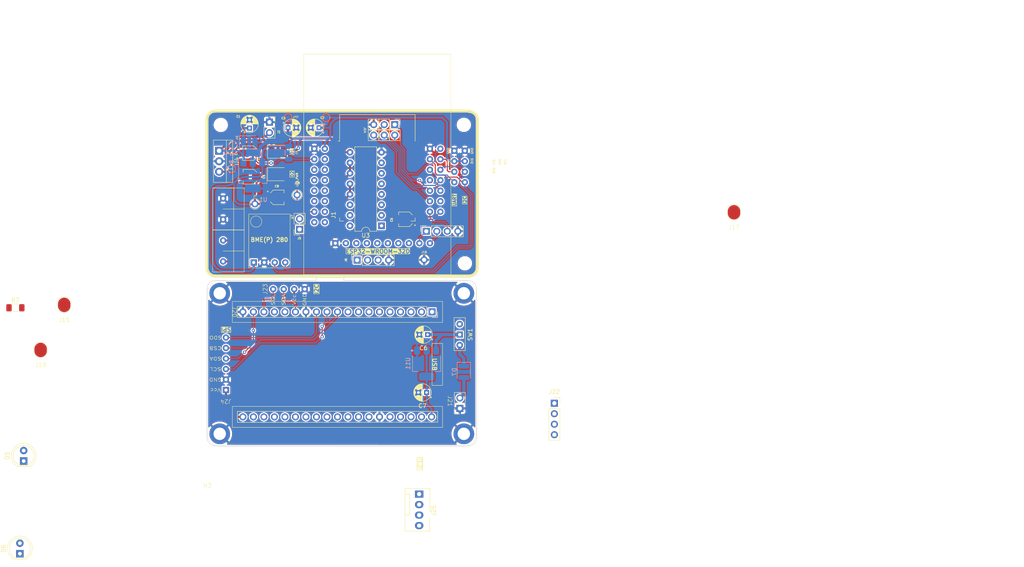
<source format=kicad_pcb>
(kicad_pcb (version 20240108) (generator "pcbnew") (generator_version "8.0")
  (layers (0 "F.Cu" signal) (31 "B.Cu" signal) (34 "B.Paste" user) (35 "F.Paste" user) (36 "B.SilkS" user "B.Silkscreen") (37 "F.SilkS" user "F.Silkscreen") (38 "B.Mask" user) (39 "F.Mask" user) (44 "Edge.Cuts" user))
  (net 0 "")
  (net 1 "GND")
  (net 2 "+3V3")
  (net 3 "+5V")
  (net 4 "/RXD")
  (net 5 "/TXD")
  (net 6 "/SDA")
  (net 7 "/GPIO_33")
  (net 8 "/SCL")
  (net 9 "/OUT3")
  (net 10 "/EN")
  (net 11 "/SOURCE2")
  (net 12 "/SOURCE1")
  (net 13 "/SOURCE3")
  (net 14 "/VDC")
  (net 15 "/DAC1")
  (net 16 "/DAC2")
  (net 17 "/GPIO39")
  (net 18 "/GPIO19")
  (net 19 "/GPIO17")
  (net 20 "/GPIO5")
  (net 21 "/GPIO18")
  (net 22 "/SD_DATA0")
  (net 23 "/ADC2_CH3")
  (net 24 "/SD_DATA3")
  (net 25 "/SD_CMD")
  (net 26 "/SD_CLK")
  (net 27 "/SD_DATA2")
  (net 28 "/SD_DATA1")
  (net 29 "/ADC2_CH0")
  (net 30 "/GPIO23")
  (net 31 "/GPIO36")
  (net 32 "/ADC2_CH2")
  (net 33 "/BOOT")
  (net 34 "/GPIO13")
  (net 35 "/SOURCE4")
  (net 36 "/SOURCE5")
  (net 37 "/SIPO_DATA")
  (net 38 "/SIPO_CLK")
  (net 39 "/SIPO_LATCH")
  (net 40 "/GPIO14")
  (net 41 "/OUT1")
  (net 42 "/VIN")
  (net 43 "Net-(D5-Pad1)")
  (net 44 "Net-(J15-Pin_1)")
  (net 45 "Net-(J19-Pin_1)")
  (net 46 "/OUT2")
  (net 58 "/ESP32-WROOM-32U Node/VIN")
  (net 63 "/ESP32-WROOM-32U Node/VDC")
  (net 74 "/ESP32-WROOM-32U Node/SPI-SDO")
  (net 75 "/ESP32-WROOM-32U Node/TX")
  (net 76 "Net-(D7-A)")
  (net 77 "/ESP32-WROOM-32U Node/SDA-2")
  (net 78 "/ESP32-WROOM-32U Node/SPI-CSB")
  (net 79 "/ESP32-WROOM-32U Node/SPI-SCL")
  (net 80 "/ESP32-WROOM-32U Node/SCL-2")
  (net 81 "/ESP32-WROOM-32U Node/RX")
  (net 82 "/ESP32-WROOM-32U Node/SPI-SDA")
  (net 84 "/ESP32-WROOM-32U Node/12V")
  (net 88 "/I3")
  (net 89 "/I5")
  (net 90 "/I4")
  (net 91 "/I2")
  (net 92 "/I1")
  (footprint "Capacitor_THT:CP_Radial_D4.0mm_P2.00mm" (layer "F.Cu") (at 107 44.2 180)
    (property "Reference" "C2")
    (property "Value" "1uF")
  )
  (footprint "LED_SMD:LED_1210_3225Metric_Pad1.42x2.65mm_HandSolder" (layer "F.Cu") (at 97 55.45)
    (property "Reference" "D2")
    (property "Value" "STATUS")
  )
  (footprint "Alexander Footprint Library:Board_65-40" (layer "F.Cu") (at 80 131.25)
    (property "Reference" "H3")
    (property "Value" "Project_Box_Board_65x40")
    (fp_line (start 0 -13) (end 0 -47) (stroke (width 0.05)) (layer "Edge.Cuts"))
    (fp_line (start 3 -50) (end 62 -50) (stroke (width 0.05)) (layer "Edge.Cuts"))
    (fp_line (start 62 -10) (end 3 -10) (stroke (width 0.05)) (layer "Edge.Cuts"))
    (fp_line (start 65 -47) (end 65 -13) (stroke (width 0.05)) (layer "Edge.Cuts"))
    (fp_arc (start 0 -47) (mid 0.87868 -49.12132) (end 3 -50) (stroke (width 0.05)) (layer "Edge.Cuts"))
    (fp_arc (start 3 -10) (mid 0.87868 -10.87868) (end 0 -13) (stroke (width 0.05)) (layer "Edge.Cuts"))
    (fp_arc (start 62 -50) (mid 64.12132 -49.12132) (end 65 -47) (stroke (width 0.05)) (layer "Edge.Cuts"))
    (fp_arc (start 65 -13) (mid 64.12132 -10.87868) (end 62 -10) (stroke (width 0.05)) (layer "Edge.Cuts"))
  )
  (footprint "Capacitor_SMD:CP_Elec_3x5.3" (layer "F.Cu") (at 90.3 50.35 180)
    (property "Reference" "C4")
    (property "Value" "0.1uF")
  )
  (footprint "Resistor_SMD:R_1206_3216Metric_Pad1.30x1.75mm_HandSolder" (layer "F.Cu") (at 33.612 87.7585)
    (property "Reference" "R7")
    (property "Value" "4K7")
  )
  (footprint "LED_THT:LED_D5.0mm" (layer "F.Cu") (at 34.7 147.25 90)
    (property "Reference" "D6")
    (property "Value" "LED_STATUS")
  )
  (footprint "Connector_PinSocket_2.54mm:PinSocket_1x04_P2.54mm_Vertical" (layer "F.Cu") (at 163.88 110.85)
    (property "Reference" "J22")
    (property "Value" "PWR_SATA_Conn_01x04")
  )
  (footprint "Alexander Footprint Library:Pad_1x01_P2.54_SMD" (layer "F.Cu") (at 39.712 102.098)
    (property "Reference" "J19")
    (property "Value" "LED_PWR")
  )
  (footprint "Alexanddr Footprints Library:ESP32-WROOM-Adapter-Socket-2" (layer "F.Cu") (at 121.1 56.9025)
    (property "Reference" "J1")
    (property "Value" "~")
  )
  (footprint "Alexander Footprint Library:Pad_1x01_P2.54_SMD" (layer "F.Cu") (at 45.412 91.198)
    (property "Reference" "J15")
    (property "Value" "LED_PWR")
  )
  (footprint "MountingHole:MountingHole_3mm" (layer "F.Cu") (at 142 43.5)
    (property "Reference" "H1" (hide yes))
    (property "Value" "MountingHole_Pad")
  )
  (footprint "MountingHole:MountingHole_3mm" (layer "F.Cu") (at 83.25 43.53)
    (property "Reference" "H2" (hide yes))
    (property "Value" "MountingHole_Pad")
  )
  (footprint "Alexander Footprints Library:Conn_Terminal_5mm" (layer "F.Cu") (at 83.82 53.69)
    (property "Reference" "J9" (hide yes))
    (property "Value" "Conn_01x02_Socket")
  )
  (footprint "Alexander Footprint Library:Pad_1x01_P2.54_SMD" (layer "F.Cu") (at 207.3 68.7895)
    (property "Reference" "J17")
    (property "Value" "GND")
  )
  (footprint "Connector:FanPinHeader_1x04_P2.54mm_Vertical" (layer "F.Cu") (at 131.2 132.83 -90)
    (property "Reference" "J25")
    (property "Value" "Conn_01x04_Pin")
  )
  (footprint "Capacitor_SMD:CP_Elec_3x5.3" (layer "F.Cu") (at 90.4 56.05 180)
    (property "Reference" "C9")
    (property "Value" "0.1uF")
  )
  (footprint "Capacitor_THT:CP_Radial_D4.0mm_P2.00mm" (layer "F.Cu") (at 133.25 94.25 180)
    (property "Reference" "C6")
    (property "Value" "1uF")
  )
  (footprint "Alexander Footprint Library:PinSocket_1x01_P2.54" (layer "F.Cu") (at 91.5 65.19)
    (property "Reference" "J7")
    (property "Value" "LED_PWR")
  )
  (footprint "Alexander Footprint Library:Conn_SPI" (layer "F.Cu") (at 84.5 112.74 180)
    (property "Reference" "J24")
    (property "Value" "~")
  )
  (footprint "Connector_PinSocket_2.54mm:PinSocket_1x02_P2.54mm_Vertical" (layer "F.Cu") (at 95.025 42.85)
    (property "Reference" "J2")
    (property "Value" "PWR")
  )
  (footprint "Connector_PinSocket_2.54mm:PinSocket_1x04_P2.54mm_Vertical" (layer "F.Cu") (at 116.2 76.225 90)
    (property "Reference" "J6")
    (property "Value" "SOURCE")
  )
  (footprint "Package_DIP:DIP-16_W7.62mm" (layer "F.Cu") (at 122.1 67.925 180)
    (property "Reference" "U3")
    (property "Value" "ULN2003")
  )
  (footprint "Connector_PinSocket_2.54mm:PinSocket_1x04_P2.54mm_Vertical" (layer "F.Cu") (at 132.92 69.25 90)
    (property "Reference" "J10" (hide yes))
    (property "Value" "ADC")
  )
  (footprint "Capacitor_SMD:CP_Elec_3x5.3" (layer "F.Cu") (at 128 66.35 180)
    (property "Reference" "C5")
    (property "Value" "0.1uF")
  )
  (footprint "Alexander Footprint Library:PinSocket_1x02_P2.54" (layer "F.Cu") (at 142.25 107 180)
    (property "Reference" "J21")
    (property "Value" "PWR")
  )
  (footprint "Capacitor_THT:CP_Radial_D4.0mm_P2.00mm" (layer "F.Cu") (at 99.5 44.2)
    (property "Reference" "C3")
    (property "Value" "1uF")
  )
  (footprint "Alexander Footprint Library:Conn_ESP32_WROOM-DevKit-38pins" (layer "F.Cu") (at 86.06 88.75 -90)
    (property "Reference" "J20")
    (property "Value" "~")
  )
  (footprint "Capacitor_SMD:CP_Elec_3x5.3" (layer "F.Cu") (at 96.8 61.05)
    (property "Reference" "C8")
    (property "Value" "10uF")
  )
  (footprint "Alexander Footprint Library:PinSocket_1x01_P2.54" (layer "F.Cu") (at 101.7 63.02)
    (property "Reference" "J18")
    (property "Value" "LED_PWR")
  )
  (footprint "Alexander Footprint Library:Conn_I2C" (layer "F.Cu") (at 111.16 83.25 -90)
    (property "Reference" "J23")
    (property "Value" "I2C")
  )
  (footprint "Connector_PinSocket_2.54mm:PinSocket_1x02_P2.54mm_Vertical" (layer "F.Cu") (at 102.3 68.79 180)
    (property "Reference" "J5")
    (property "Value" "DAC")
  )
  (footprint "Alexander Footprint Library:CONN_2x3" (layer "F.Cu") (at 130.38 43.45 -90)
    (property "Reference" "J14")
    (property "Value" "GPIO")
  )
  (footprint "Alexander Footprints Library:Conn_UART" (layer "F.Cu") (at 139.7 42.15)
    (property "Reference" "J3" (hide yes))
    (property "Value" "UART")
  )
  (footprint "Alexander Footprint Library:SW_Slide-03_7.3x2.5x2.5_P2.54mm" (layer "F.Cu") (at 141 94.25 -90)
    (property "Reference" "SW1")
    (property "Value" "SW_SPDT")
  )
  (footprint "Alexander Footprint Library:PinSocket_1x01_P2.54" (layer "F.Cu") (at 132.4 78.72)
    (property "Reference" "J16")
    (property "Value" "GND")
  )
  (footprint "Capacitor_THT:CP_Radial_D4.0mm_P2.00mm" (layer "F.Cu") (at 90.2 44.3 90)
    (property "Reference" "C1")
    (property "Value" "1uF")
  )
  (footprint "Alexander Footprint Library:BME280_BMP280_I2C" (layer "F.Cu") (at 90 78.1 90)
    (property "Reference" "U7")
    (property "Value" "BME(P)280")
  )
  (footprint "Capacitor_THT:CP_Radial_D4.0mm_P2.00mm" (layer "F.Cu") (at 133 108.25 180)
    (property "Reference" "C7")
    (property "Value" "1uF")
  )
  (footprint "Alexander Footprint Library:LD1117" (layer "F.Cu") (at 82.855 49.77 -90)
    (property "Reference" "U4")
    (property "Value" "L7805")
  )
  (footprint "Alexander Footprints Library:Conn_I2C" (layer "F.Cu") (at 142.24 42.15)
    (property "Reference" "J4" (hide yes))
    (property "Value" "I2C")
  )
  (footprint "LED_THT:LED_D5.0mm" (layer "F.Cu") (at 35.612 124.8335 90)
    (property "Reference" "D5")
    (property "Value" "LED_PWR")
  )
  (footprint "LED_SMD:LED_1210_3225Metric_Pad1.42x2.65mm_HandSolder" (layer "F.Cu") (at 97 50)
    (property "Reference" "D1")
    (property "Value" "PWR")
  )
  (footprint "MountingHole:MountingHole_3mm" (layer "F.Cu") (at 142.25 77)
    (property "Reference" "H4" (hide yes))
    (property "Value" "MountingHole_Pad")
  )
  (footprint "Alexander Footprints Library:Conn_Terminal_5mm" (layer "F.Cu") (at 83.82 63.85)
    (property "Reference" "J8" (hide yes))
    (property "Value" "Conn_01x02_Socket")
  )
  (footprint "TestPoint:TestPoint_Pad_D1.5mm" (layer "B.Cu") (at 99.5 41.75 180)
    (property "Reference" "TP4")
    (property "Value" "5V")
  )
  (footprint "TestPoint:TestPoint_Pad_D1.5mm" (layer "B.Cu") (at 108.7 41.75 180)
    (property "Reference" "TP3")
    (property "Value" "3V3")
  )
  (footprint "Diode_SMD:D_1210_3225Metric" (layer "B.Cu") (at 142 103.25 -90)
    (property "Reference" "D7")
    (property "Value" "D")
  )
  (footprint "Resistor_SMD:R_1206_3216Metric_Pad1.30x1.75mm_HandSolder" (layer "B.Cu") (at 99.7 50.25 -90)
    (property "Reference" "R1")
    (property "Value" "10K")
  )
  (footprint "Diode_SMD:D_1210_3225Metric" (layer "B.Cu") (at 90.1 47.75)
    (property "Reference" "D4")
    (property "Value" "D")
  )
  (footprint "TestPoint:TestPoint_Pad_D1.5mm" (layer "B.Cu") (at 86.2 48.45 180)
    (property "Reference" "TP1")
    (property "Value" "VIN")
  )
  (footprint "TestPoint:TestPoint_Pad_D1.5mm" (layer "B.Cu") (at 85.9 54.15 180)
    (property "Reference" "TP2")
    (property "Value" "GND")
  )
  (footprint "Package_TO_SOT_SMD:SOT-223-3_TabPin2" (layer "B.Cu") (at 91 55.75 -90)
    (property "Reference" "U1")
    (property "Value" "AMS1117-3V3")
  )
  (footprint "Package_TO_SOT_SMD:SOT-223-3_TabPin2" (layer "B.Cu") (at 133 101.25 -90)
    (property "Reference" "U11")
    (property "Value" "AMS1117-5.0")
  )
  (gr_line (start 145.25 42.11421) (end 145.25 78.085782) (stroke (width 0.75)) (layer "F.SilkS"))
  (gr_line (start 81.914218 40.164218) (end 143.08579 40.164218) (stroke (width 0.75)) (layer "F.SilkS"))
  (gr_arc (start 145.25 78.085782) (mid 144.66422 79.500007) (end 143.25 80.085782) (stroke (width 0.75)) (layer "F.SilkS"))
  (gr_line (start 79.914218 42.11421) (end 79.914218 78.085782) (stroke (width 0.75)) (layer "F.SilkS"))
  (gr_arc (start 81.914218 80.085782) (mid 80.499999 79.500001) (end 79.914218 78.085782) (stroke (width 0.75)) (layer "F.SilkS"))
  (gr_arc (start 143.25 40.25) (mid 144.664214 40.835786) (end 145.25 42.25) (stroke (width 0.75)) (layer "F.SilkS"))
  (gr_arc (start 79.914218 42.164218) (mid 80.499999 40.749999) (end 81.914218 40.164218) (stroke (width 0.75)) (layer "F.SilkS"))
  (gr_line (start 81.914214 80.085782) (end 143.085786 80.085782) (stroke (width 0.75)) (layer "F.SilkS"))
  (gr_line (start 82.014214 80.235786) (end 106.4 80.25) (stroke (width 0.1)) (layer "Edge.Cuts"))
  (gr_line (start 80 42.25) (end 80.014214 78.235786) (stroke (width 0.1)) (layer "Edge.Cuts"))
  (gr_arc (start 79.921321 83.157107) (mid 80.507106 81.742896) (end 81.921321 81.157107) (stroke (width 0.1)) (layer "Edge.Cuts"))
  (gr_line (start 81.921321 121.128679) (end 143.107107 121.142893) (stroke (width 0.1)) (layer "Edge.Cuts"))
  (gr_arc (start 81.921321 121.128679) (mid 80.507101 120.542899) (end 79.921321 119.128679) (stroke (width 0.1)) (layer "Edge.Cuts"))
  (gr_line (start 143.092893 81.157107) (end 113 81.15) (stroke (width 0.1)) (layer "Edge.Cuts"))
  (gr_arc (start 145.107107 119.142893) (mid 144.521321 120.557107) (end 143.107107 121.142893) (stroke (width 0.1)) (layer "Edge.Cuts"))
  (gr_line (start 106.4 81.15) (end 81.921321 81.157107) (stroke (width 0.1)) (layer "Edge.Cuts"))
  (gr_arc (start 143.185786 40.264214) (mid 144.600004 40.849996) (end 145.185786 42.264214) (stroke (width 0.1)) (layer "Edge.Cuts"))
  (gr_line (start 113 80.25) (end 143.185786 80.235786) (stroke (width 0.1)) (layer "Edge.Cuts"))
  (gr_arc (start 82.014214 80.235786) (mid 80.599996 79.650004) (end 80.014214 78.235786) (stroke (width 0.1)) (layer "Edge.Cuts"))
  (gr_line (start 145.185786 42.264214) (end 145.185786 78.235786) (stroke (width 0.1)) (layer "Edge.Cuts"))
  (gr_arc (start 80 42.25) (mid 80.585786 40.835786) (end 82 40.25) (stroke (width 0.1)) (layer "Edge.Cuts"))
  (gr_line (start 145.107107 119.142893) (end 145.092893 83.157107) (stroke (width 0.1)) (layer "Edge.Cuts"))
  (gr_line (start 79.921321 119.128679) (end 79.921321 83.157107) (stroke (width 0.1)) (layer "Edge.Cuts"))
  (gr_line (start 106.4 81.15) (end 106.4 80.25) (stroke (width 0.1)) (layer "Edge.Cuts"))
  (gr_arc (start 145.185786 78.235786) (mid 144.600004 79.650004) (end 143.185786 80.235786) (stroke (width 0.1)) (layer "Edge.Cuts"))
  (gr_arc (start 143.092893 81.157107) (mid 144.507112 81.742888) (end 145.092893 83.157107) (stroke (width 0.1)) (layer "Edge.Cuts"))
  (gr_line (start 113 81.15) (end 113 80.25) (stroke (width 0.1)) (layer "Edge.Cuts"))
  (gr_line (start 143.185786 40.264214) (end 82 40.25) (stroke (width 0.1)) (layer "Edge.Cuts"))
  (gr_text "PWR" (at 132 127.25 90) (layer "F.SilkS" knockout) (effects (font (size 1 1) (thickness 0.25) (bold yes)) (justify left bottom)))
  (segment (start 84.21 66) (end 83.82 66.39) (width 0.5) (layer "F.Cu") (net 1))
  (segment (start 95.5 54.8625) (end 95.5125 54.85) (width 0.25) (layer "F.Cu") (net 1))
  (segment (start 95.5 55.4625) (end 95.5125 55.45) (width 0.25) (layer "F.Cu") (net 1))
  (segment (start 91.5 59.65) (end 91.9 59.25) (width 0.5) (layer "F.Cu") (net 2))
  (segment (start 101.15 50) (end 102 49.15) (width 0.5) (layer "F.Cu") (net 2))
  (segment (start 84.5 107.66) (end 84.5 112.25) (width 0.5) (layer "F.Cu") (net 2))
  (segment (start 87.75 85.75) (end 100 85.75) (width 0.5) (layer "F.Cu") (net 2))
  (segment (start 94.63 62.62) (end 91.5 62.62) (width 0.5) (layer "F.Cu") (net 2))
  (segment (start 101 84.75) (end 101 83.25) (width 0.5) (layer "F.Cu") (net 2))
  (segment (start 88.6 114.15) (end 86.4 114.15) (width 0.5) (layer "F.Cu") (net 2))
  (segment (start 84.5 112.25) (end 85.25 113) (width 0.5) (layer "F.Cu") (net 2))
  (segment (start 91.9 59.25) (end 91.9 56.05) (width 0.5) (layer "F.Cu") (net 2))
  (segment (start 98.4875 50) (end 101.15 50) (width 0.5) (layer "F.Cu") (net 2))
  (segment (start 95.3 61.05) (end 95.3 61.95) (width 0.5) (layer "F.Cu") (net 2))
  (segment (start 95.3 61.95) (end 94.63 62.62) (width 0.5) (layer "F.Cu") (net 2))
  (segment (start 82.25 110) (end 82.25 91.25) (width 0.5) (layer "F.Cu") (net 2))
  (segment (start 91.5 62.62) (end 91.5 59.65) (width 0.5) (layer "F.Cu") (net 2))
  (segment (start 82.25 91.25) (end 87.75 85.75) (width 0.5) (layer "F.Cu") (net 2))
  (segment (start 86.4 114.15) (end 85.25 113) (width 0.5) (layer "F.Cu") (net 2))
  (segment (start 100 85.75) (end 101 84.75) (width 0.5) (layer "F.Cu") (net 2))
  (segment (start 85.25 113) (end 82.25 110) (width 0.5) (layer "F.Cu") (net 2))
  (via (at 102 49.15) (size 0.8) (drill 0.4) (layers "F.Cu" "B.Cu") (net 2))
  (segment (start 96.075 48.7) (end 97.525 48.7) (width 0.5) (layer "B.Cu") (net 2))
  (segment (start 108.4 49.2825) (end 108.4 47.85) (width 0.5) (layer "B.Cu") (net 2))
  (segment (start 109.408578 44.2) (end 107 44.2) (width 0.5) (layer "B.Cu") (net 2))
  (segment (start 109.5 46.75) (end 109.75 46.5) (width 0.5) (layer "B.Cu") (net 2))
  (segment (start 81.3 75.997918) (end 81.3 59.75104) (width 0.5) (layer "B.Cu") (net 2))
  (segment (start 93.3 54.905025) (end 93.3 52.6) (width 0.5) (layer "B.Cu") (net 2))
  (segment (start 100 48.7) (end 100 48.03033) (width 0.5) (layer "B.Cu") (net 2))
  (segment (start 137.9 51.55) (end 138.66 52.31) (width 0.5) (layer "B.Cu") (net 2))
  (segment (start 84.202081 78.9) (end 89.990883 78.9) (width 0.5) (layer "B.Cu") (net 2))
  (segment (start 109.75 45) (end 109.75 44.141421) (width 0.5) (layer "B.Cu") (net 2))
  (segment (start 103 46.75) (end 101.28033 46.75) (width 0.5) (layer "B.Cu") (net 2))
  (segment (start 109.75 43.858578) (end 109.75 44.141421) (width 0.5) (layer "B.Cu") (net 2))
  (segment (start 138.66 52.31) (end 139.7 52.31) (width 0.5) (layer "B.Cu") (net 2))
  (segment (start 139.7 52.31) (end 142.24 52.31) (width 0.5) (layer "B.Cu") (net 2))
  (segment (start 129.1 41.75) (end 136.8 41.75) (width 0.5) (layer "B.Cu") (net 2))
  (segment (start 112.31066 41.75) (end 129.1 41.75) (width 0.5) (layer "B.Cu") (net 2))
  (segment (start 88.207106 62.75) (end 91.5 62.75) (width 0.5) (layer "B.Cu") (net 2))
  (segment (start 86.5 61.042893) (end 86.5 57.5) (width 0.5) (layer "B.Cu") (net 2))
  (segment (start 103 46.75) (end 109.5 46.75) (width 0.5) (layer "B.Cu") (net 2))
  (segment (start 137.9 42.85) (end 137.9 51.55) (width 0.5) (layer "B.Cu") (net 2))
  (segment (start 91.22 77.670883) (end 91.22 76.8) (width 0.5) (layer "B.Cu") (net 2))
  (segment (start 89.455634 56.1) (end 92.105025 56.1) (width 0.5) (layer "B.Cu") (net 2))
  (segment (start 96.075 48.7) (end 95.177817 48.7) (width 0.5) (layer "B.Cu") (net 2))
  (segment (start 136.8 41.75) (end 137.9 42.85) (width 0.5) (layer "B.Cu") (net 2))
  (segment (start 108.4 47.85) (end 109.75 46.5) (width 0.5) (layer "B.Cu") (net 2))
  (segment (start 109.75 46.5) (end 109.75 45) (width 0.5) (layer "B.Cu") (net 2))
  (segment (start 110.015165 42.984834) (end 110.5 42.5) (width 0.5) (layer "B.Cu") (net 2))
  (segment (start 102 47.75) (end 103 46.75) (width 0.5) (layer "B.Cu") (net 2))
  (segment (start 109.75 43.858578) (end 109.75 43.625) (width 0.5) (layer "B.Cu") (net 2))
  (segment (start 93.3 52.6) (end 93.3 50.577817) (width 0.5) (layer "B.Cu") (net 2))
  (segment (start 82.75104 58.3) (end 84.144365 58.3) (width 0.5) (layer "B.Cu") (net 2))
  (segment (start 102 49.15) (end 102 47.75) (width 0.5) (layer "B.Cu") (net 2))
  (segment (start 129.3 41.75) (end 129.1 41.75) (width 0.5) (layer "B.Cu") (net 2))
  (segment (start 108.7 41.75) (end 112.31066 41.75) (width 0.5) (layer "B.Cu") (net 2))
  (segment (start 100 48.7) (end 97.525 48.7) (width 0.5) (layer "B.Cu") (net 2))
  (arc (start 93.3 54.905025) (mid 93.209037 55.362322) (end 92.95 55.75) (width 0.5) (layer "B.Cu") (net 2))
  (arc (start 86.8 57.2) (mid 85.581584 58.014119) (end 84.144365 58.3) (width 0.5) (layer "B.Cu") (net 2))
  (arc (start 89.455634 56.1) (mid 88.018415 56.38588) (end 86.8 57.2) (width 0.5) (layer "B.Cu") (net 2))
  (arc (start 86.5 61.042893) (mid 86.629945 61.696174) (end 87 62.25) (width 0.5) (layer "B.Cu") (net 2))
  (arc (start 82.75104 58.3) (mid 82.195751 58.410453) (end 81.725 58.725) (width 0.5) (layer "B.Cu") (net 2))
  (arc (start 92.95 55.75) (mid 92.562322 56.009037) (end 92.105025 56.1) (width 0.5) (layer "B.Cu") (net 2))
  (arc (start 109.75 43.625) (mid 109.818914 43.278544) (end 110.015165 42.984834) (width 0.5) (layer "B.Cu") (net 2))
  (arc (start 95.177817 48.7) (mid 94.459207 48.84294) (end 93.85 49.25) (width 0.5) (layer "B.Cu") (net 2))
  (arc (start 82.15 78.05) (mid 83.091502 78.679092) (end 84.202081 78.9) (width 0.5) (layer "B.Cu") (net 2))
  (arc (start 109.75 44.141421) (mid 109.713838 44.087301) (end 109.65 44.1) (width 0.5) (layer "B.Cu") (net 2))
  (arc (start 93.85 49.25) (mid 93.44294 49.859207) (end 93.3 50.577817) (width 0.5) (layer "B.Cu") (net 2))
  (arc (start 90.86 78.54) (mid 90.461245 78.806439) (end 89.990883 78.9) (width 0.5) (layer "B.Cu") (net 2))
  (arc (start 109.65 44.1) (mid 109.539234 44.17401) (end 109.408578 44.2) (width 0.5) (layer "B.Cu") (net 2))
  (arc (start 87 62.25) (mid 87.553825 62.620054) (end 88.207106 62.75) (width 0.5) (layer "B.Cu") (net 2))
  (arc (start 81.725 58.725) (mid 81.410453 59.195751) (end 81.3 59.75104) (width 0.5) (layer "B.Cu") (net 2))
  (arc (start 101.28033 46.75) (mid 100.790368 46.847459) (end 100.375 47.125) (width 0.5) (layer "B.Cu") (net 2))
  (arc (start 91.22 77.670883) (mid 91.126439 78.141245) (end 90.86 78.54) (width 0.5) (layer "B.Cu") (net 2))
  (arc (start 110.5 42.5) (mid 111.330737 41.944918) (end 112.31066 41.75) (width 0.5) (layer "B.Cu") (net 2))
  (arc (start 109.65 44.1) (mid 109.72401 43.989234) (end 109.75 43.858578) (width 0.5) (layer "B.Cu") (net 2))
  (arc (start 100.375 47.125) (mid 100.097459 47.540368) (end 100 48.03033) (width 0.5) (layer "B.Cu") (net 2))
  (arc (start 81.3 75.997918) (mid 81.520907 77.108496) (end 82.15 78.05) (width 0.5) (layer "B.Cu") (net 2))
  (segment (start 99.5 45.693413) (end 99.5 44.2) (width 0.5) (layer "F.Cu") (net 3))
  (segment (start 111.2 46.85) (end 100.365867 46.85) (width 0.5) (layer "F.Cu") (net 3))
  (segment (start 98.6375 46.9625) (end 99.2125 46.3875) (width 0.5) (layer "F.Cu") (net 3))
  (segment (start 100.365867 46.85) (end 99.465867 45.95) (width 0.5) (layer "F.Cu") (net 3))
  (segment (start 112 47.65) (end 111.2 46.85) (width 0.5) (layer "F.Cu") (net 3))
  (segment (start 112 49.15) (end 112 47.65) (width 0.5) (layer "F.Cu") (net 3))
  (segment (start 88.1 47.25) (end 97.943413 47.25) (width 0.5) (layer "F.Cu") (net 3))
  (segment (start 84.9 54.85) (end 85.4 54.35) (width 0.5) (layer "F.Cu") (net 3))
  (segment (start 85.4 54.35) (end 85.4 49.95) (width 0.5) (layer "F.Cu") (net 3))
  (segment (start 114.48 50.145) (end 112.995 50.145) (width 0.5) (layer "F.Cu") (net 3))
  (segment (start 112.995 50.145) (end 112 49.15) (width 0.5) (layer "F.Cu") (net 3))
  (segment (start 82.855 54.85) (end 84.9 54.85) (width 0.5) (layer "F.Cu") (net 3))
  (segment (start 85.4 49.95) (end 88.1 47.25) (width 0.5) (layer "F.Cu") (net 3))
  (arc (start 97.943413 47.25) (mid 98.31905 47.175281) (end 98.6375 46.9625) (width 0.5) (layer "F.Cu") (net 3))
  (arc (start 99.5 45.693413) (mid 99.425281 46.06905) (end 99.2125 46.3875) (width 0.5) (layer "F.Cu") (net 3))
  (segment (start 133 98.1) (end 133 104.4) (width 0.5) (layer "B.Cu") (net 3))
  (segment (start 133 108.25) (end 133 104.4) (width 0.5) (layer "B.Cu") (net 3))
  (segment (start 133 111) (end 133 108.25) (width 0.5) (layer "B.Cu") (net 3))
  (segment (start 134.21 114.15) (end 134.21 112.21) (width 0.5) (layer "B.Cu") (net 3))
  (segment (start 134.21 112.21) (end 133 111) (width 0.5) (layer "B.Cu") (net 3))
  (segment (start 99.5 42.25) (end 99.5 44.2) (width 0.25) (layer "B.Cu") (net 3))
  (segment (start 139.7 57.35) (end 139.7 57.39) (width 0.25) (layer "F.Cu") (net 4))
  (segment (start 140.3 57.45) (end 139.3 57.45) (width 0.25) (layer "F.Cu") (net 4))
  (segment (start 139.04 57.39) (end 139.7 57.39) (width 0.25) (layer "F.Cu") (net 4))
  (segment (start 137.96 55.65) (end 139.7 57.39) (width 0.25) (layer "B.Cu") (net 4))
  (segment (start 133.8 54.3625) (end 135.0875 55.65) (width 0.25) (layer "B.Cu") (net 4))
  (segment (start 135.0875 55.65) (end 137.96 55.65) (width 0.25) (layer "B.Cu") (net 4))
  (segment (start 138 52.25) (end 137.5725 51.8225) (width 0.25) (layer "F.Cu") (net 5))
  (segment (start 139.7 54.85) (end 138.3 54.85) (width 0.25) (layer "F.Cu") (net 5))
  (segment (start 137.5725 51.8225) (end 136.34 51.8225) (width 0.25) (layer "F.Cu") (net 5))
  (segment (start 138 54.55) (end 138 52.25) (width 0.25) (layer "F.Cu") (net 5))
  (segment (start 138.3 54.85) (end 138 54.55) (width 0.25) (layer "F.Cu") (net 5))
  (segment (start 139.7 54.85) (end 139.5 54.85) (width 0.25) (layer "F.Cu") (net 5))
  (segment (start 142.24 54.85) (end 142.24 55.51) (width 0.25) (layer "F.Cu") (net 6))
  (segment (start 98.84 76.8) (end 98.84 78.09) (width 0.25) (layer "B.Cu") (net 6))
  (segment (start 141 57.95) (end 141 56.09) (width 0.25) (layer "B.Cu") (net 6))
  (segment (start 140.990501 53.600501) (end 142.24 54.85) (width 0.25) (layer "B.Cu") (net 6))
  (segment (start 136.34 54.3625) (end 137.101999 53.600501) (width 0.25) (layer "B.Cu") (net 6))
  (segment (start 143.281802 72.781802) (end 143.55 72.513604) (width 0.25) (layer "B.Cu") (net 6))
  (segment (start 99.4 78.65) (end 130.7 78.65) (width 0.25) (layer "B.Cu") (net 6))
  (segment (start 130.7 78.65) (end 134.55 78.65) (width 0.25) (layer "B.Cu") (net 6))
  (segment (start 143.55 72.513604) (end 143.55 60.5) (width 0.25) (layer "B.Cu") (net 6))
  (segment (start 143.55 60.5) (end 141 57.95) (width 0.25) (layer "B.Cu") (net 6))
  (segment (start 140.418198 72.781802) (end 143.281802 72.781802) (width 0.25) (layer "B.Cu") (net 6))
  (segment (start 98.84 78.09) (end 99.4 78.65) (width 0.25) (layer "B.Cu") (net 6))
  (segment (start 141 56.09) (end 142.24 54.85) (width 0.25) (layer "B.Cu") (net 6))
  (segment (start 137.101999 53.600501) (end 140.990501 53.600501) (width 0.25) (layer "B.Cu") (net 6))
  (segment (start 134.55 78.65) (end 140.418198 72.781802) (width 0.25) (layer "B.Cu") (net 6))
  (segment (start 135.1 55.15) (end 135.6 55.65) (width 0.25) (layer "F.Cu") (net 8))
  (segment (start 133.8 51.8225) (end 135.1 53.1225) (width 0.25) (layer "F.Cu") (net 8))
  (segment (start 141.603604 57.39) (end 142.24 57.39) (width 0.25) (layer "F.Cu") (net 8))
  (segment (start 137.3 55.65) (end 137.8 56.15) (width 0.25) (layer "F.Cu") (net 8))
  (segment (start 135.1 53.1225) (end 135.1 55.15) (width 0.25) (layer "F.Cu") (net 8))
  (segment (start 135.6 55.65) (end 137.3 55.65) (width 0.25) (layer "F.Cu") (net 8))
  (segment (start 140.363604 56.15) (end 141.603604 57.39) (width 0.25) (layer "F.Cu") (net 8))
  (segment (start 137.8 56.15) (end 140.363604 56.15) (width 0.25) (layer "F.Cu") (net 8))
  (segment (start 142.24 58.553604) (end 142.24 57.39) (width 0.25) (layer "B.Cu") (net 8))
  (segment (start 144 72.7) (end 144 60.313604) (width 0.25) (layer "B.Cu") (net 8))
  (segment (start 134.8 79.1) (end 140.6 73.3) (width 0.25) (layer "B.Cu") (net 8))
  (segment (start 140.6 73.3) (end 143.4 73.3) (width 0.25) (layer "B.Cu") (net 8))
  (segment (start 96.3 76.8) (end 96.3 78.45) (width 0.25) (layer "B.Cu") (net 8))
  (segment (start 143.4 73.3) (end 144 72.7) (width 0.25) (layer "B.Cu") (net 8))
  (segment (start 96.3 78.45) (end 96.95 79.1) (width 0.25) (layer "B.Cu") (net 8))
  (segment (start 144 60.313604) (end 142.24 58.553604) (width 0.25) (layer "B.Cu") (net 8))
  (segment (start 96.95 79.1) (end 134.8 79.1) (width 0.25) (layer "B.Cu") (net 8))
  (segment (start 92.3 52.75) (end 91.8 52.25) (width 0.25) (layer "F.Cu") (net 10))
  (segment (start 91.8 52.25) (end 91.8 50.35) (width 0.25) (layer "F.Cu") (net 10))
  (segment (start 95.4 52.75) (end 92.3 52.75) (width 0.25) (layer "F.Cu") (net 10))
  (via (at 95.4 52.75) (size 0.8) (drill 0.4) (layers "F.Cu" "B.Cu") (net 10))
  (segment (start 95.4 52.75) (end 96.7 52.75) (width 0.25) (layer "B.Cu") (net 10))
  (segment (start 101.4 51.8) (end 101.45 51.8) (width 0.25) (layer "B.Cu") (net 10))
  (segment (start 105.86 51.8225) (end 101.4225 51.8225) (width 0.25) (layer "B.Cu") (net 10))
  (segment (start 99.7 51.8) (end 101.4 51.8) (width 0.25) (layer "B.Cu") (net 10))
  (segment (start 97.65 51.8) (end 99.7 51.8) (width 0.25) (layer "B.Cu") (net 10))
  (segment (start 101.4225 51.8225) (end 101.4 51.8) (width 0.25) (layer "B.Cu") (net 10))
  (segment (start 96.7 52.75) (end 97.65 51.8) (width 0.25) (layer "B.Cu") (net 10))
  (segment (start 111.2 66.85) (end 111.2 58.505) (width 0.5) (layer "F.Cu") (net 11))
  (segment (start 111.2 58.505) (end 114.48 55.225) (width 0.5) (layer "F.Cu") (net 11))
  (segment (start 83.82 71.47) (end 86.37 71.47) (width 0.5) (layer "F.Cu") (net 11))
  (segment (start 114.48 55.225) (end 114.48 52.685) (width 0.5) (layer "F.Cu") (net 11))
  (segment (start 86.37 71.47) (end 88 73.1) (width 0.5) (layer "F.Cu") (net 11))
  (segment (start 104.95 73.1) (end 111.2 66.85) (width 0.5) (layer "F.Cu") (net 11))
  (segment (start 88 73.1) (end 104.95 73.1) (width 0.5) (layer "F.Cu") (net 11))
  (segment (start 83.82 76.55) (end 86.275 76.55) (width 0.5) (layer "F.Cu") (net 12))
  (segment (start 104.8 74.75) (end 112.2 67.35) (width 0.5) (layer "F.Cu") (net 12))
  (segment (start 112.2 62.585) (end 114.48 60.305) (width 0.5) (layer "F.Cu") (net 12))
  (segment (start 86.275 76.55) (end 88.075 74.75) (width 0.5) (layer "F.Cu") (net 12))
  (segment (start 114.48 60.305) (end 114.48 57.765) (width 0.5) (layer "F.Cu") (net 12))
  (segment (start 112.2 67.35) (end 112.2 62.585) (width 0.5) (layer "F.Cu") (net 12))
  (segment (start 88.075 74.75) (end 104.8 74.75) (width 0.5) (layer "F.Cu") (net 12))
  (segment (start 95.025 45.425) (end 92.7 47.75) (width 0.5) (layer "B.Cu") (net 14))
  (segment (start 92.7 47.75) (end 91.5 47.75) (width 0.5) (layer "B.Cu") (net 14))
  (segment (start 95.025 45.39) (end 95.025 45.425) (width 0.5) (layer "B.Cu") (net 14))
  (segment (start 132.5 58.15) (end 135.0925 58.15) (width 0.25) (layer "F.Cu") (net 18))
  (segment (start 131.3 56.95) (end 132.5 58.15) (width 0.25) (layer "F.Cu") (net 18))
  (segment (start 135.0925 58.15) (end 136.34 56.9025) (width 0.25) (layer "F.Cu") (net 18))
  (via (at 131.3 56.95) (size 0.8) (drill 0.4) (layers "F.Cu" "B.Cu") (net 18))
  (segment (start 129.636396 56.95) (end 127.25 54.563604) (width 0.25) (layer "B.Cu") (net 18))
  (segment (start 127.25 49.7) (end 125.3 47.75) (width 0.25) (layer "B.Cu") (net 18))
  (segment (start 125.3 47.75) (end 125.3 45.99) (width 0.25) (layer "B.Cu") (net 18))
  (segment (start 127.25 54.563604) (end 127.25 49.7) (width 0.25) (layer "B.Cu") (net 18))
  (segment (start 131.3 56.95) (end 129.636396 56.95) (width 0.25) (layer "B.Cu") (net 18))
  (segment (start 130.8 59.05) (end 129.7 59.05) (width 0.25) (layer "B.Cu") (net 19))
  (segment (start 123.255812 47.615) (end 121.865 47.615) (width 0.25) (layer "B.Cu") (net 19))
  (segment (start 133.7325 61.9825) (end 130.8 59.05) (width 0.25) (layer "B.Cu") (net 19))
  (segment (start 133.8 61.9825) (end 133.7325 61.9825) (width 0.25) (layer "B.Cu") (net 19))
  (segment (start 121.865 47.615) (end 120.24 45.99) (width 0.25) (layer "B.Cu") (net 19))
  (segment (start 129.7 59.05) (end 125.7 55.05) (width 0.25) (layer "B.Cu") (net 19))
  (segment (start 125.7 50.059188) (end 123.255812 47.615) (width 0.25) (layer "B.Cu") (net 19))
  (segment (start 125.7 55.05) (end 125.7 50.059188) (width 0.25) (layer "B.Cu") (net 19))
  (segment (start 120.24 45.99) (end 120.22 45.99) (width 0.25) (layer "B.Cu") (net 19))
  (segment (start 130.2 58.15) (end 135.0475 58.15) (width 0.25) (layer "B.Cu") (net 20))
  (segment (start 126.8 54.75) (end 130.2 58.15) (width 0.25) (layer "B.Cu") (net 20))
  (segment (start 122.903604 45.99) (end 126.8 49.886396) (width 0.25) (layer "B.Cu") (net 20))
  (segment (start 135.0475 58.15) (end 136.34 59.4425) (width 0.25) (layer "B.Cu") (net 20))
  (segment (start 122.76 45.99) (end 122.903604 45.99) (width 0.25) (layer "B.Cu") (net 20))
  (segment (start 126.8 49.886396) (end 126.8 54.75) (width 0.25) (layer "B.Cu") (net 20))
  (segment (start 126.35 55.063604) (end 126.35 50.072792) (width 0.25) (layer "B.Cu") (net 21))
  (segment (start 126.35 50.072792) (end 123.442208 47.165) (width 0.25) (layer "B.Cu") (net 21))
  (segment (start 123.442208 47.165) (end 122.051396 47.165) (width 0.25) (layer "B.Cu") (net 21))
  (segment (start 121.5 46.613604) (end 121.5 44.71) (width 0.25) (layer "B.Cu") (net 21))
  (segment (start 129.886396 58.6) (end 126.35 55.063604) (width 0.25) (layer "B.Cu") (net 21))
  (segment (start 121.5 44.71) (end 122.76 43.45) (width 0.25) (layer "B.Cu") (net 21))
  (segment (start 132.9575 58.6) (end 129.886396 58.6) (width 0.25) (layer "B.Cu") (net 21))
  (segment (start 133.8 59.4425) (end 132.9575 58.6) (width 0.25) (layer "B.Cu") (net 21))
  (segment (start 122.051396 47.165) (end 121.5 46.613604) (width 0.25) (layer "B.Cu") (net 21))
  (segment (start 131.26 70.91) (end 132.92 69.25) (width 0.25) (layer "B.Cu") (net 23))
  (segment (start 131.26 72.1425) (end 131.26 70.91) (width 0.25) (layer "B.Cu") (net 23))
  (segment (start 137.3 66.95) (end 134.8 66.95) (width 0.25) (layer "B.Cu") (net 29))
  (segment (start 138 69.25) (end 138 67.65) (width 0.25) (layer "B.Cu") (net 29))
  (segment (start 138 67.65) (end 137.3 66.95) (width 0.25) (layer "B.Cu") (net 29))
  (segment (start 134.8 66.95) (end 133.8 65.95) (width 0.25) (layer "B.Cu") (net 29))
  (segment (start 133.8 65.95) (end 133.8 64.5225) (width 0.25) (layer "B.Cu") (net 29))
  (segment (start 128.672792 55.35) (end 130.8 55.35) (width 0.25) (layer "B.Cu") (net 30))
  (segment (start 126.7 44.85) (end 126.7 48.45) (width 0.25) (layer "B.Cu") (net 30))
  (segment (start 126.7 48.45) (end 127.7 49.45) (width 0.25) (layer "B.Cu") (net 30))
  (segment (start 125.3 43.45) (end 126.7 44.85) (width 0.25) (layer "B.Cu") (net 30))
  (segment (start 135.1 50.5225) (end 136.34 49.2825) (width 0.25) (layer "B.Cu") (net 30))
  (segment (start 133 53.15) (end 134.1 53.15) (width 0.25) (layer "B.Cu") (net 30))
  (segment (start 127.7 49.45) (end 127.7 54.377208) (width 0.25) (layer "B.Cu") (net 30))
  (segment (start 130.8 55.35) (end 133 53.15) (width 0.25) (layer "B.Cu") (net 30))
  (segment (start 127.7 54.377208) (end 128.672792 55.35) (width 0.25) (layer "B.Cu") (net 30))
  (segment (start 135.1 52.15) (end 135.1 50.5225) (width 0.25) (layer "B.Cu") (net 30))
  (segment (start 134.1 53.15) (end 135.1 52.15) (width 0.25) (layer "B.Cu") (net 30))
  (segment (start 135.46 70.4825) (end 133.8 72.1425) (width 0.25) (layer "B.Cu") (net 32))
  (segment (start 135.46 69.25) (end 135.46 70.4825) (width 0.25) (layer "B.Cu") (net 32))
  (segment (start 129.5 66.35) (end 134.5125 66.35) (width 0.25) (layer "F.Cu") (net 33))
  (segment (start 134.5125 66.35) (end 136.34 64.5225) (width 0.25) (layer "F.Cu") (net 33))
  (segment (start 101.7 56.05) (end 101.7 62.65) (width 0.25) (layer "F.Cu") (net 40))
  (segment (start 101.7 62.65) (end 103.6 64.55) (width 0.25) (layer "F.Cu") (net 40))
  (segment (start 105.8325 64.55) (end 105.86 64.5225) (width 0.25) (layer "F.Cu") (net 40))
  (segment (start 98.4875 55.45) (end 101.1 55.45) (width 0.25) (layer "F.Cu") (net 40))
  (segment (start 103.6 64.55) (end 105.8325 64.55) (width 0.25) (layer "F.Cu") (net 40))
  (segment (start 101.1 55.45) (end 101.7 56.05) (width 0.25) (layer "F.Cu") (net 40))
  (segment (start 82.98 49.77) (end 82.855 49.77) (width 0.5) (layer "F.Cu") (net 42))
  (segment (start 90.2 44.3) (end 88.45 44.3) (width 0.5) (layer "F.Cu") (net 42))
  (segment (start 88.45 44.3) (end 82.98 49.77) (width 0.5) (layer "F.Cu") (net 42))
  (segment (start 88.7 50.546446) (end 88.7 51.253553) (width 0.5) (layer "B.Cu") (net 42))
  (segment (start 88.7 45.153553) (end 88.7 47.4) (width 0.5) (layer "B.Cu") (net 42))
  (segment (start 86.2 49.11) (end 86.2 48.45) (width 0.25) (layer "B.Cu") (net 42))
  (segment (start 88.45 50.65) (end 88.2 50.4) (width 0.5) (layer "B.Cu") (net 42))
  (segment (start 88.7 50.546446) (end 88.7 47.4) (width 0.5) (layer "B.Cu") (net 42))
  (segment (start 88.45 50.65) (end 88.054368 50.254368) (width 0.5) (layer "B.Cu") (net 42))
  (segment (start 89.553553 44.3) (end 90.2 44.3) (width 0.5) (layer "B.Cu") (net 42))
  (segment (start 88.7 51.253553) (end 88.7 52.6) (width 0.5) (layer "B.Cu") (net 42))
  (segment (start 86.86 49.77) (end 85.54 49.77) (width 0.5) (layer "B.Cu") (net 42))
  (segment (start 86.885 49.77) (end 86.86 49.77) (width 0.5) (layer "B.Cu") (net 42))
  (segment (start 85.54 49.77) (end 82.855 49.77) (width 0.5) (layer "B.Cu") (net 42))
  (arc (start 89.553553 44.3) (mid 89.226912 44.364972) (end 88.95 44.55) (width 0.5) (layer "B.Cu") (net 42))
  (arc (start 86.2 49.11) (mid 86.393309 49.57669) (end 86.86 49.77) (width 0.25) (layer "B.Cu") (net 42))
  (arc (start 88.7 51.253553) (mid 88.635027 50.926912) (end 88.45 50.65) (width 0.5) (layer "B.Cu") (net 42))
  (arc (start 88.45 50.65) (mid 88.45 50.65) (end 88.45 50.65) (width 0.5) (layer "B.Cu") (net 42))
  (arc (start 88.45 50.65) (mid 88.609596 50.681745) (end 88.7 50.546446) (width 0.5) (layer "B.Cu") (net 42))
  (arc (start 88.054368 50.254368) (mid 87.517857 49.895883) (end 86.885 49.77) (width 0.5) (layer "B.Cu") (net 42))
  (arc (start 88.95 44.55) (mid 88.764972 44.826912) (end 88.7 45.153553) (width 0.5) (layer "B.Cu") (net 42))
  (segment (start 141 94.25) (end 136.75 94.25) (width 0.8) (layer "B.Cu") (net 58))
  (segment (start 136.75 94.25) (end 133.25 94.25) (width 0.8) (layer "B.Cu") (net 58))
  (segment (start 135.3 98.1) (end 135.3 95.7) (width 0.8) (layer "B.Cu") (net 58))
  (segment (start 135.3 95.7) (end 136.75 94.25) (width 0.8) (layer "B.Cu") (net 58))
  (segment (start 141 99) (end 142 100) (width 0.8) (layer "B.Cu") (net 63))
  (segment (start 142 100) (end 142 101.85) (width 0.8) (layer "B.Cu") (net 63))
  (segment (start 141 96.79) (end 141 99) (width 0.8) (layer "B.Cu") (net 63))
  (segment (start 105.415 94.96) (end 106.38 93.995) (width 0.25) (layer "B.Cu") (net 74))
  (segment (start 106.38 93.995) (end 106.38 88.75) (width 0.25) (layer "B.Cu") (net 74))
  (segment (start 84.5 94.96) (end 105.415 94.96) (width 0.25) (layer "B.Cu") (net 74))
  (segment (start 141.04 109.57) (end 142 108.61) (width 0.8) (layer "B.Cu") (net 76))
  (segment (start 142 108.61) (end 142 104.65) (width 0.8) (layer "B.Cu") (net 76))
  (segment (start 101.3 86.8) (end 100.75 86.25) (width 0.25) (layer "B.Cu") (net 77))
  (segment (start 99 86.25) (end 98.46 85.71) (width 0.25) (layer "B.Cu") (net 77))
  (segment (start 98.46 85.71) (end 98.46 83.25) (width 0.25) (layer "B.Cu") (net 77))
  (segment (start 100.75 86.25) (end 99 86.25) (width 0.25) (layer "B.Cu") (net 77))
  (segment (start 101.3 88.75) (end 101.3 86.8) (width 0.25) (layer "B.Cu") (net 77))
  (segment (start 90.863604 97.5) (end 92.863604 95.5) (width 0.25) (layer "B.Cu") (net 78))
  (segment (start 92.863604 95.5) (end 105.75 95.5) (width 0.25) (layer "B.Cu") (net 78))
  (segment (start 105.75 95.5) (end 111.46 89.79) (width 0.25) (layer "B.Cu") (net 78))
  (segment (start 84.5 97.5) (end 90.863604 97.5) (width 0.25) (layer "B.Cu") (net 78))
  (segment (start 111.46 89.79) (end 111.46 88.75) (width 0.25) (layer "B.Cu") (net 78))
  (segment (start 107.75 92.25) (end 107.75 94.75) (width 0.25) (layer "F.Cu") (net 79))
  (via (at 107.75 92.25) (size 0.8) (drill 0.4) (layers "F.Cu" "B.Cu") (net 79))
  (via (at 107.75 94.75) (size 0.8) (drill 0.4) (layers "F.Cu" "B.Cu") (net 79))
  (segment (start 86.42 102.58) (end 92.75 96.25) (width 0.25) (layer "B.Cu") (net 79))
  (segment (start 106.25 96.25) (end 107.75 94.75) (width 0.25) (layer "B.Cu") (net 79))
  (segment (start 108.92 88.75) (end 108.92 91.08) (width 0.25) (layer "B.Cu") (net 79))
  (segment (start 92.75 96.25) (end 106.25 96.25) (width 0.25) (layer "B.Cu") (net 79))
  (segment (start 84.5 102.58) (end 86.42 102.58) (width 0.25) (layer "B.Cu") (net 79))
  (segment (start 108.92 91.08) (end 107.75 92.25) (width 0.25) (layer "B.Cu") (net 79))
  (segment (start 94 85.75) (end 95.25 85.75) (width 0.25) (layer "B.Cu") (net 80))
  (segment (start 93.68 86.07) (end 94 85.75) (width 0.25) (layer "B.Cu") (net 80))
  (segment (start 95.25 85.75) (end 95.92 85.08) (width 0.25) (layer "B.Cu") (net 80))
  (segment (start 93.68 88.75) (end 93.68 86.07) (width 0.25) (layer "B.Cu") (net 80))
  (segment (start 95.92 85.08) (end 95.92 83.25) (width 0.25) (layer "B.Cu") (net 80))
  (segment (start 91.14 93.25) (end 91.14 96.36) (width 0.25) (layer "F.Cu") (net 82))
  (segment (start 91.14 96.36) (end 89 98.5) (width 0.25) (layer "F.Cu") (net 82))
  (via (at 91.14 93.25) (size 0.8) (drill 0.4) (layers "F.Cu" "B.Cu") (net 82))
  (via (at 89 98.5) (size 0.8) (drill 0.4) (layers "F.Cu" "B.Cu") (net 82))
  (segment (start 87.46 100.04) (end 84.5 100.04) (width 0.25) (layer "B.Cu") (net 82))
  (segment (start 91.14 93.25) (end 91.14 88.75) (width 0.25) (layer "B.Cu") (net 82))
  (segment (start 89 98.5) (end 87.46 100.04) (width 0.25) (layer "B.Cu") (net 82))
  (zone (net 1) (net_name "GND") (layer "F.Cu") (priority 1) (connect_pads (clearance 0)) (min_thickness 0.25) (fill yes (thermal_gap 0.5) (thermal_bridge_width 0.5))
    (polygon (pts (xy 80 40.25) (xy 80.3 80.35) (xy 145.55 80.35) (xy 145.25 40.25)))
  )
  (zone (net 1) (net_name "GND") (layer "F.Cu") (priority 2) (connect_pads (clearance 0)) (min_thickness 0.25) (fill yes (thermal_gap 0.5) (thermal_bridge_width 0.5))
    (polygon (pts (xy 79.8 121.45) (xy 145.7 121.45) (xy 145.2 80.95) (xy 79.5 80.95)))
  )
  (zone (net 1) (net_name "GND") (layer "B.Cu") (connect_pads (clearance 0)) (min_thickness 0.25) (fill yes (thermal_gap 0.5) (thermal_bridge_width 0.5))
    (polygon (pts (xy 80 40.25) (xy 145.2 40.25) (xy 145.4 80.45) (xy 80.2 80.45)))
  )
  (zone (net 1) (net_name "GND") (layer "B.Cu") (priority 3) (connect_pads (clearance 0)) (min_thickness 0.25) (fill yes (thermal_gap 0.5) (thermal_bridge_width 0.5))
    (polygon (pts (xy 145.6 121.45) (xy 145.2 80.95) (xy 79.5 80.95) (xy 79.7 121.45)))
  )
)
</source>
